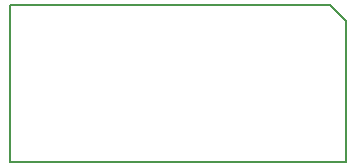
<source format=gko>
G04*
G04 #@! TF.GenerationSoftware,Altium Limited,Altium Designer,21.1.1 (26)*
G04*
G04 Layer_Color=16711935*
%FSLAX44Y44*%
%MOMM*%
G71*
G04*
G04 #@! TF.SameCoordinates,265E8744-D868-4B9A-8BEC-D162B1B1FCAB*
G04*
G04*
G04 #@! TF.FilePolarity,Positive*
G04*
G01*
G75*
%ADD27C,0.2000*%
D27*
Y133000D02*
X271000D01*
X285000Y119000D01*
Y0D02*
Y119000D01*
X0Y0D02*
X285000D01*
X0D02*
Y133000D01*
M02*

</source>
